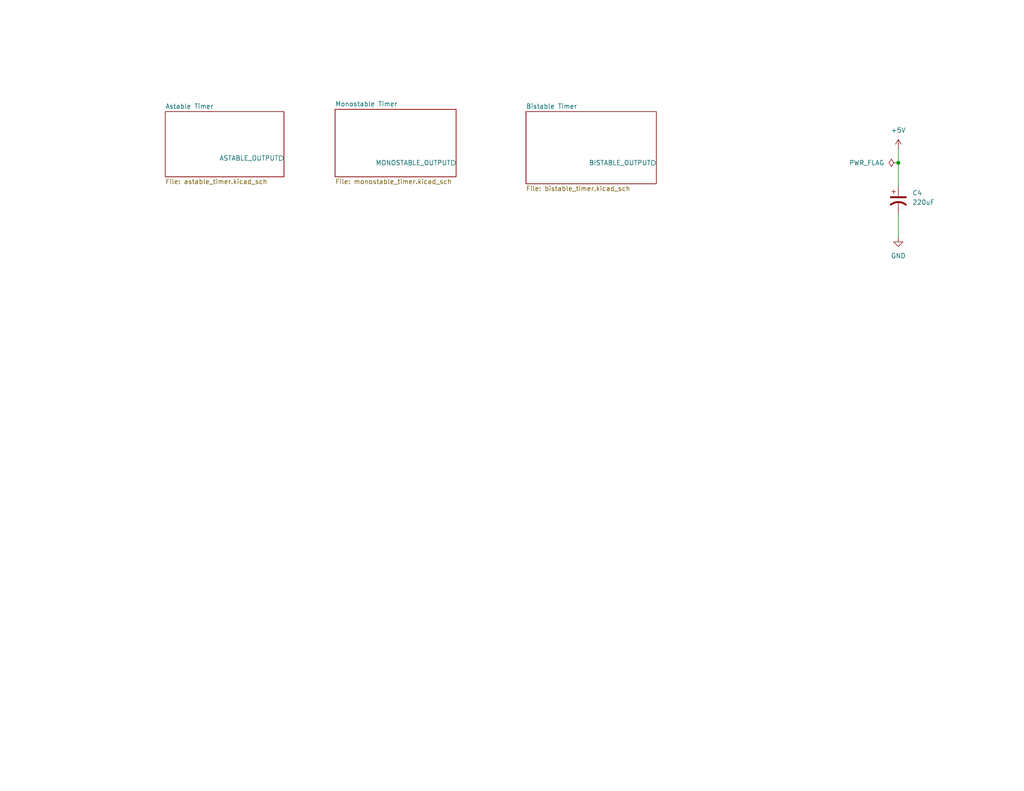
<source format=kicad_sch>
(kicad_sch (version 20231120) (generator "eeschema") (generator_version "8.0")
  (paper "A")
  (title_block (title "Clock Module") (rev "0"))
  (lib_symbols
    (symbol "Device:C_Polarized_US" (pin_numbers hide) (pin_names (offset 0.254) hide)
      (property "Reference" "C" (at 0.635 2.54 0))
      (property "Value" "C_Polarized_US" (at 0.635 -2.54 0))
      (symbol "C_Polarized_US_0_1"
        (polyline (pts (xy -2.032 0.762) (xy 2.032 0.762)) (stroke (width 0.508)))
        (polyline (pts (xy -1.778 2.286) (xy -0.762 2.286)))
        (polyline (pts (xy -1.27 1.778) (xy -1.27 2.794)))
        (arc (start 2.032 -1.27) (mid 0 -0.5572) (end -2.032 -1.27) (stroke (width 0.508)))
      )
      (symbol "C_Polarized_US_1_1"
        (pin passive line (at 0 3.81 270) (length 2.794) (name "~") (number "1"))
        (pin passive line (at 0 -3.81 90) (length 3.302) (name "~") (number "2"))
      )
    )
    (symbol "power:+5V" (power) (pin_numbers hide) (pin_names (offset 0) hide)
      (property "Value" "+5V" (at 0 3.556 0))
      (symbol "+5V_0_1"
        (polyline (pts (xy -0.762 1.27) (xy 0 2.54)))
        (polyline (pts (xy 0 0) (xy 0 2.54)))
        (polyline (pts (xy 0 2.54) (xy 0.762 1.27)))
      )
      (symbol "+5V_1_1"
        (pin power_in line (at 0 0 90) (length 0) (name "~") (number "1"))
      )
    )
    (symbol "power:GND" (power) (pin_numbers hide) (pin_names (offset 0) hide)
      (property "Value" "GND" (at 0 -3.81 0))
      (symbol "GND_0_1"
        (polyline (pts (xy 0 0) (xy 0 -1.27) (xy 1.27 -1.27) (xy 0 -2.54) (xy -1.27 -1.27) (xy 0 -1.27)))
      )
      (symbol "GND_1_1"
        (pin power_in line (at 0 0 270) (length 0) (name "~") (number "1"))
      )
    )
    (symbol "power:PWR_FLAG" (power) (pin_numbers hide) (pin_names (offset 0) hide)
      (property "Value" "PWR_FLAG" (at 0 3.81 0))
      (symbol "PWR_FLAG_0_0"
        (pin power_out line (at 0 0 90) (length 0) (name "~") (number "1"))
      )
      (symbol "PWR_FLAG_0_1"
        (polyline (pts (xy 0 0) (xy 0 1.27) (xy -1.016 1.905) (xy 0 2.54) (xy 1.016 1.905) (xy 0 1.27)))
      )
    )
  )
  (junction (at 245.11 44.45))
  (wire (pts (xy 245.11 40.64) (xy 245.11 44.45)))
  (wire (pts (xy 245.11 58.42) (xy 245.11 64.77)))
  (wire (pts (xy 245.11 44.45) (xy 245.11 50.8)))
  (symbol (lib_id "power:+5V") (at 245.11 40.64 0) (unit 1)
    (property "Reference" "#PWR05" (effects (hide yes)))
    (property "Value" "+5V" (at 245.11 35.56 0))
    (property "Description" "Power symbol creates a global label with name \"+5V\"" (effects (hide yes)))
  )
  (symbol (lib_id "power:GND") (at 245.11 64.77 0) (unit 1)
    (property "Reference" "#PWR06" (effects (hide yes)))
    (property "Value" "GND" (at 245.11 69.85 0))
    (property "Description" "Power symbol creates a global label with name \"GND\" , ground" (effects (hide yes)))
  )
  (symbol (lib_id "power:PWR_FLAG") (at 245.11 44.45 90) (unit 1)
    (property "Reference" "#FLG03" (effects (hide yes)))
    (property "Value" "PWR_FLAG" (at 241.3 44.4499 90) (effects (justify left)))
    (property "Description" "Special symbol for telling ERC where power comes from" (effects (hide yes)))
  )
  (symbol (lib_id "Device:C_Polarized_US") (at 245.11 54.61 0) (unit 1)
    (property "Reference" "C4" (at 248.92 52.7049 0) (effects (justify left)))
    (property "Value" "220uF" (at 248.92 55.2449 0) (effects (justify left)))
    (property "Footprint" "Capacitor_THT:CP_Radial_D10.0mm_P5.00mm" (effects (hide yes)))
    (property "Datasheet" "https://www.nichicon.co.jp/english/series_items/catalog_pdf/e-uhe.pdf" (effects (hide yes)))
    (property "Description" "Polarized capacitor, US symbol" (effects (hide yes)))
    (property "Digkey PN" "493-1609-ND" (effects (hide yes)))
    (property "Manufacturer PN" "UHE1H221MPD" (effects (hide yes)))
    (property "DigiKey URL" "https://www.digikey.com/en/products/detail/nichicon/UHE1H221MPD/589350" (effects (hide yes)))
    (property "Price" "0.46" (effects (hide yes)))
  )
  (sheet (at 45.085 30.48) (size 32.385 17.78) (stroke (width 0.1524))
    (property "Sheetname" "Astable Timer" (at 45.085 29.7684 0) (effects (justify left bottom)))
    (property "Sheetfile" "astable_timer.kicad_sch" (at 45.085 48.8446 0) (effects (justify left top)))
    (pin "ASTABLE_OUTPUT" output (at 77.47 43.18 0))
  )
  (sheet (at 143.51 30.48) (size 35.56 19.685) (stroke (width 0.1524))
    (property "Sheetname" "Bistable Timer" (at 143.51 29.7684 0) (effects (justify left bottom)))
    (property "Sheetfile" "bistable_timer.kicad_sch" (at 143.51 50.7496 0) (effects (justify left top)))
    (pin "BISTABLE_OUTPUT" output (at 179.07 44.45 0))
  )
  (sheet (at 91.44 29.845) (size 33.02 18.415) (stroke (width 0.1524))
    (property "Sheetname" "Monostable Timer" (at 91.44 29.1334 0) (effects (justify left bottom)))
    (property "Sheetfile" "monostable_timer.kicad_sch" (at 91.44 48.8446 0) (effects (justify left top)))
    (pin "MONOSTABLE_OUTPUT" output (at 124.46 44.45 0))
  )
)
</source>
